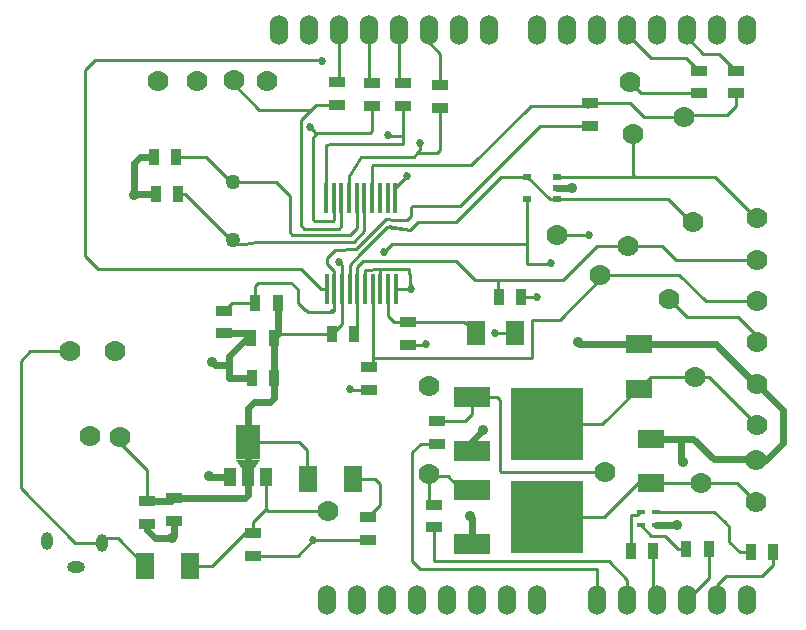
<source format=gtl>
G04 (created by PCBNEW (2013-07-07 BZR 4022)-stable) date 9/15/2014 1:50:29 PM*
%MOIN*%
G04 Gerber Fmt 3.4, Leading zero omitted, Abs format*
%FSLAX34Y34*%
G01*
G70*
G90*
G04 APERTURE LIST*
%ADD10C,0.00590551*%
%ADD11O,0.06X0.1*%
%ADD12R,0.055X0.035*%
%ADD13R,0.035X0.055*%
%ADD14R,0.063X0.0866*%
%ADD15R,0.06X0.08*%
%ADD16R,0.011811X0.0984252*%
%ADD17R,0.12X0.065*%
%ADD18R,0.24X0.24*%
%ADD19R,0.0866X0.063*%
%ADD20R,0.03X0.02*%
%ADD21R,0.0394X0.0591*%
%ADD22R,0.0787X0.1181*%
%ADD23C,0.05*%
%ADD24C,0.07*%
%ADD25O,0.0393701X0.0590551*%
%ADD26O,0.0590551X0.0393701*%
%ADD27R,0.0295276X0.0177165*%
%ADD28C,0.035*%
%ADD29C,0.027*%
%ADD30C,0.01*%
%ADD31C,0.024*%
G04 APERTURE END LIST*
G54D10*
G54D11*
X75852Y-26535D03*
X74852Y-26535D03*
X73852Y-26535D03*
X72852Y-26535D03*
X71852Y-26535D03*
X70852Y-26535D03*
X69852Y-26535D03*
X68852Y-26535D03*
X73452Y-45535D03*
X72452Y-45535D03*
X71452Y-45535D03*
X70452Y-45535D03*
X74452Y-45535D03*
X75452Y-45535D03*
X76452Y-45535D03*
X77452Y-45535D03*
X79452Y-45535D03*
X80452Y-45535D03*
X81452Y-45535D03*
X82452Y-45535D03*
X83452Y-45535D03*
X84452Y-45535D03*
X84452Y-26535D03*
X83452Y-26535D03*
X82452Y-26535D03*
X81452Y-26535D03*
X80452Y-26535D03*
X79452Y-26535D03*
X78452Y-26535D03*
X77452Y-26535D03*
G54D12*
X71811Y-43524D03*
X71811Y-42774D03*
X67972Y-43306D03*
X67972Y-44056D03*
X64448Y-42243D03*
X64448Y-42993D03*
X65354Y-42144D03*
X65354Y-42894D03*
G54D13*
X76175Y-35450D03*
X76925Y-35450D03*
X70605Y-36680D03*
X71355Y-36680D03*
G54D12*
X79216Y-29729D03*
X79216Y-28979D03*
X73130Y-36275D03*
X73130Y-37025D03*
G54D13*
X67924Y-36791D03*
X68674Y-36791D03*
G54D12*
X74110Y-40323D03*
X74110Y-39573D03*
G54D13*
X67932Y-38129D03*
X68682Y-38129D03*
G54D12*
X67007Y-36646D03*
X67007Y-35896D03*
G54D13*
X68054Y-35629D03*
X68804Y-35629D03*
X64664Y-30779D03*
X65414Y-30779D03*
X64743Y-31988D03*
X65493Y-31988D03*
G54D14*
X64370Y-44389D03*
X65866Y-44389D03*
G54D15*
X75400Y-36650D03*
X76700Y-36650D03*
G54D12*
X70777Y-28278D03*
X70777Y-29028D03*
X72972Y-28308D03*
X72972Y-29058D03*
X74228Y-28379D03*
X74228Y-29129D03*
X84094Y-27892D03*
X84094Y-28642D03*
G54D16*
X70437Y-35173D03*
X70692Y-35173D03*
X70948Y-35173D03*
X71204Y-35173D03*
X71460Y-35173D03*
X71716Y-35173D03*
X71972Y-35173D03*
X72228Y-35173D03*
X72484Y-35173D03*
X72740Y-35173D03*
X72720Y-32122D03*
X72464Y-32122D03*
X72208Y-32122D03*
X71952Y-32122D03*
X71696Y-32122D03*
X71440Y-32122D03*
X71185Y-32122D03*
X70929Y-32122D03*
X70673Y-32122D03*
X70417Y-32122D03*
G54D17*
X75275Y-38785D03*
G54D18*
X77775Y-39685D03*
G54D17*
X75275Y-40585D03*
G54D12*
X71938Y-28308D03*
X71938Y-29058D03*
G54D19*
X80850Y-38498D03*
X80850Y-37002D03*
G54D12*
X74000Y-43105D03*
X74000Y-42355D03*
G54D17*
X75275Y-41855D03*
G54D18*
X77775Y-42755D03*
G54D17*
X75275Y-43655D03*
G54D20*
X78127Y-32176D03*
X78127Y-31426D03*
X77127Y-32176D03*
X78127Y-31801D03*
X77127Y-31426D03*
G54D21*
X67223Y-41447D03*
X67814Y-41447D03*
X68405Y-41447D03*
G54D22*
X67814Y-40285D03*
G54D10*
G36*
X68208Y-40866D02*
X68011Y-41161D01*
X67617Y-41161D01*
X67420Y-40866D01*
X68208Y-40866D01*
X68208Y-40866D01*
G37*
G54D23*
X67326Y-31602D03*
X67326Y-33523D03*
G54D24*
X84771Y-32813D03*
X84771Y-34191D03*
X84771Y-35569D03*
X84771Y-36947D03*
X84771Y-38325D03*
X84771Y-39703D03*
X84732Y-40876D03*
X84732Y-42254D03*
G54D14*
X69803Y-41496D03*
X71299Y-41496D03*
G54D24*
X82650Y-32930D03*
X70470Y-42570D03*
X79552Y-34694D03*
X78100Y-33380D03*
X79710Y-41280D03*
X67340Y-28200D03*
X66120Y-28230D03*
X64810Y-28220D03*
X68460Y-28230D03*
X82362Y-29448D03*
X80551Y-28267D03*
X81850Y-35500D03*
G54D25*
X61102Y-43582D03*
G54D26*
X62086Y-44448D03*
G54D25*
X62952Y-43622D03*
G54D13*
X84575Y-43950D03*
X85325Y-43950D03*
X82425Y-43850D03*
X83175Y-43850D03*
X80575Y-43900D03*
X81325Y-43900D03*
G54D12*
X71850Y-38525D03*
X71850Y-37775D03*
G54D24*
X73850Y-38400D03*
X82700Y-38100D03*
X82900Y-41650D03*
X73850Y-41340D03*
X80472Y-33740D03*
X80641Y-29988D03*
G54D19*
X81250Y-41648D03*
X81250Y-40152D03*
G54D27*
X80898Y-42590D03*
X81419Y-42590D03*
X80898Y-43043D03*
X81419Y-43043D03*
G54D12*
X82834Y-27892D03*
X82834Y-28642D03*
G54D24*
X61889Y-37244D03*
X63385Y-37244D03*
X62548Y-40083D03*
X63555Y-40087D03*
G54D28*
X78800Y-36950D03*
X82300Y-40950D03*
X82100Y-43050D03*
G54D29*
X69890Y-29760D03*
X72490Y-30020D03*
X77900Y-34300D03*
X72330Y-33930D03*
X70860Y-34270D03*
X73550Y-30300D03*
X70280Y-27560D03*
X71200Y-38500D03*
X76050Y-36650D03*
X73750Y-37000D03*
X77450Y-35450D03*
X69970Y-43550D03*
X79180Y-33360D03*
G54D28*
X78600Y-31800D03*
G54D29*
X73250Y-35170D03*
X73116Y-31406D03*
G54D28*
X66600Y-37600D03*
X66500Y-41400D03*
X64003Y-32039D03*
X65279Y-43480D03*
X75636Y-39866D03*
X75210Y-42750D03*
G54D30*
X71852Y-26535D02*
X71852Y-28221D01*
X71852Y-28221D02*
X71938Y-28308D01*
X72025Y-28221D02*
X71938Y-28308D01*
X72852Y-26535D02*
X72852Y-28188D01*
X72852Y-28188D02*
X72972Y-28308D01*
X73025Y-28254D02*
X72972Y-28308D01*
X74020Y-44251D02*
X74020Y-43125D01*
X74020Y-43125D02*
X74000Y-43105D01*
X80452Y-44862D02*
X80452Y-45535D01*
X79842Y-44251D02*
X80452Y-44862D01*
X74015Y-44251D02*
X74020Y-44251D01*
X74020Y-44251D02*
X79842Y-44251D01*
X70852Y-26535D02*
X70852Y-28203D01*
X70852Y-28203D02*
X70777Y-28278D01*
G54D31*
X80850Y-37002D02*
X78852Y-37002D01*
X78800Y-36950D02*
X78852Y-37002D01*
X81419Y-43043D02*
X82093Y-43043D01*
X82250Y-40900D02*
X82250Y-40152D01*
X82300Y-40950D02*
X82250Y-40900D01*
X82093Y-43043D02*
X82100Y-43050D01*
X80850Y-37002D02*
X83398Y-37002D01*
X83398Y-37002D02*
X84721Y-38325D01*
X84721Y-38325D02*
X84771Y-38325D01*
X84771Y-38325D02*
X85650Y-39204D01*
X85073Y-40876D02*
X84732Y-40876D01*
X85650Y-40300D02*
X85073Y-40876D01*
X85650Y-39204D02*
X85650Y-40300D01*
X84732Y-40876D02*
X84705Y-40850D01*
X84705Y-40850D02*
X83350Y-40850D01*
X83350Y-40850D02*
X82652Y-40152D01*
X82652Y-40152D02*
X82250Y-40152D01*
X82250Y-40152D02*
X81250Y-40152D01*
G54D30*
X73852Y-26535D02*
X73852Y-26948D01*
X74228Y-27324D02*
X74228Y-28379D01*
X73852Y-26948D02*
X74228Y-27324D01*
X82452Y-26535D02*
X82452Y-26783D01*
X83524Y-27322D02*
X84094Y-27892D01*
X82992Y-27322D02*
X83524Y-27322D01*
X82452Y-26783D02*
X82992Y-27322D01*
X80452Y-26535D02*
X80452Y-26673D01*
X80452Y-26673D02*
X81259Y-27480D01*
X81259Y-27480D02*
X82422Y-27480D01*
X82422Y-27480D02*
X82834Y-27892D01*
X70052Y-29922D02*
X70052Y-30042D01*
X69890Y-29760D02*
X70052Y-29922D01*
X70641Y-32909D02*
X70027Y-32909D01*
X70673Y-32877D02*
X70641Y-32909D01*
X70673Y-32122D02*
X70673Y-32877D01*
X70027Y-32909D02*
X69968Y-32850D01*
X69968Y-30330D02*
X69968Y-30125D01*
X71938Y-29911D02*
X71938Y-29058D01*
X71889Y-29960D02*
X71938Y-29911D01*
X70133Y-29960D02*
X71889Y-29960D01*
X69968Y-30125D02*
X70052Y-30042D01*
X70052Y-30042D02*
X70133Y-29960D01*
X69968Y-32850D02*
X69968Y-30330D01*
X72540Y-30070D02*
X72988Y-30070D01*
X72490Y-30020D02*
X72540Y-30070D01*
X72988Y-29073D02*
X72988Y-30070D01*
X72988Y-30070D02*
X72988Y-30311D01*
X72972Y-29058D02*
X72988Y-29073D01*
X72968Y-30330D02*
X70566Y-30330D01*
X72988Y-30311D02*
X72968Y-30330D01*
X70417Y-30370D02*
X70417Y-32122D01*
X70417Y-30370D02*
X70566Y-30330D01*
X67330Y-28230D02*
X67330Y-28350D01*
X68190Y-29210D02*
X69900Y-29210D01*
X67330Y-28350D02*
X68190Y-29210D01*
X69570Y-29681D02*
X69570Y-29539D01*
X70081Y-29028D02*
X70777Y-29028D01*
X69570Y-29539D02*
X69900Y-29210D01*
X69900Y-29210D02*
X70081Y-29028D01*
X70929Y-32122D02*
X70929Y-33066D01*
X69570Y-33051D02*
X69570Y-29681D01*
X69685Y-33165D02*
X69570Y-33051D01*
X70830Y-33165D02*
X69685Y-33165D01*
X70929Y-33066D02*
X70830Y-33165D01*
X77127Y-34327D02*
X77872Y-34327D01*
X77127Y-33660D02*
X77127Y-34327D01*
X77872Y-34327D02*
X77900Y-34300D01*
X84771Y-36947D02*
X84771Y-36721D01*
X84771Y-36721D02*
X84150Y-36100D01*
X84150Y-36100D02*
X82450Y-36100D01*
X82450Y-36100D02*
X81850Y-35500D01*
X70948Y-35173D02*
X70948Y-34358D01*
X72600Y-33660D02*
X77127Y-33660D01*
X72330Y-33930D02*
X72600Y-33660D01*
X70948Y-34358D02*
X70860Y-34270D01*
X77127Y-33660D02*
X77127Y-32176D01*
X70605Y-36680D02*
X68785Y-36680D01*
X68785Y-36680D02*
X68674Y-36791D01*
X70948Y-35173D02*
X70948Y-36336D01*
X70948Y-36336D02*
X70605Y-36680D01*
X67814Y-40285D02*
X69498Y-40285D01*
X69763Y-41456D02*
X69803Y-41496D01*
X69763Y-40551D02*
X69763Y-41456D01*
X69498Y-40285D02*
X69763Y-40551D01*
G54D31*
X68682Y-38802D02*
X68682Y-38129D01*
X68674Y-36791D02*
X68674Y-38122D01*
X68674Y-38122D02*
X68682Y-38129D01*
X68804Y-35629D02*
X68804Y-36661D01*
X68804Y-36661D02*
X68674Y-36791D01*
G54D30*
X84755Y-36968D02*
X84763Y-36976D01*
X64448Y-42243D02*
X64448Y-41218D01*
X63547Y-40317D02*
X63547Y-40074D01*
X64448Y-41218D02*
X63547Y-40317D01*
G54D31*
X67814Y-41447D02*
X67814Y-40285D01*
X67814Y-40285D02*
X67814Y-39125D01*
X65354Y-42144D02*
X67705Y-42144D01*
X67814Y-42035D02*
X67814Y-41447D01*
X67705Y-42144D02*
X67814Y-42035D01*
G54D30*
X67814Y-40285D02*
X67814Y-41013D01*
G54D31*
X64448Y-42243D02*
X65255Y-42243D01*
X65255Y-42243D02*
X65354Y-42144D01*
G54D30*
X67893Y-40561D02*
X67893Y-40531D01*
G54D31*
X68562Y-38921D02*
X68682Y-38802D01*
X68018Y-38921D02*
X68562Y-38921D01*
X67814Y-39125D02*
X68018Y-38921D01*
G54D30*
X78127Y-32176D02*
X81816Y-32176D01*
X82570Y-32930D02*
X82650Y-32930D01*
X81816Y-32176D02*
X82570Y-32930D01*
X71204Y-34464D02*
X71204Y-34352D01*
X71539Y-34018D02*
X72459Y-33098D01*
X73220Y-33200D02*
X72459Y-33098D01*
X71204Y-34464D02*
X71204Y-35173D01*
X71204Y-34352D02*
X71539Y-34018D01*
X76253Y-31426D02*
X77127Y-31426D01*
X74740Y-32940D02*
X76253Y-31426D01*
X73480Y-32940D02*
X74740Y-32940D01*
X73220Y-33200D02*
X73480Y-32940D01*
X72498Y-33076D02*
X73220Y-33200D01*
X78127Y-32176D02*
X77877Y-32176D01*
X77877Y-32176D02*
X77127Y-31426D01*
X76150Y-34885D02*
X76150Y-35425D01*
X76150Y-35425D02*
X76175Y-35450D01*
X84771Y-34191D02*
X82068Y-34191D01*
X81616Y-33740D02*
X80472Y-33740D01*
X82068Y-34191D02*
X81616Y-33740D01*
X80472Y-33740D02*
X79459Y-33740D01*
X78315Y-34885D02*
X76150Y-34885D01*
X76150Y-34885D02*
X75385Y-34885D01*
X79459Y-33740D02*
X78315Y-34885D01*
X71460Y-35173D02*
X71460Y-34419D01*
X74740Y-34240D02*
X75385Y-34885D01*
X71640Y-34240D02*
X74740Y-34240D01*
X71460Y-34419D02*
X71640Y-34240D01*
X71460Y-35173D02*
X71460Y-36574D01*
X71460Y-36574D02*
X71355Y-36680D01*
X84763Y-33996D02*
X84763Y-34220D01*
X84763Y-34220D02*
X84763Y-34370D01*
X74228Y-29129D02*
X74228Y-30522D01*
X74100Y-30650D02*
X73444Y-30650D01*
X74228Y-30522D02*
X74100Y-30650D01*
X73543Y-30551D02*
X73543Y-30306D01*
X73338Y-30755D02*
X73444Y-30650D01*
X73444Y-30650D02*
X73543Y-30551D01*
X73307Y-30755D02*
X73338Y-30755D01*
X73543Y-30306D02*
X73550Y-30300D01*
X71185Y-31401D02*
X71185Y-32122D01*
X71590Y-30755D02*
X73307Y-30755D01*
X73307Y-30755D02*
X73326Y-30755D01*
X71185Y-31401D02*
X71590Y-30755D01*
X82362Y-29448D02*
X81023Y-29448D01*
X80554Y-28979D02*
X79216Y-28979D01*
X81023Y-29448D02*
X80554Y-28979D01*
X84094Y-28642D02*
X84094Y-29055D01*
X82440Y-29370D02*
X82362Y-29448D01*
X83779Y-29370D02*
X82440Y-29370D01*
X84094Y-29055D02*
X83779Y-29370D01*
X73622Y-31050D02*
X75249Y-31050D01*
X75249Y-31050D02*
X77244Y-29055D01*
X77244Y-29055D02*
X79140Y-29055D01*
X79140Y-29055D02*
X79216Y-28979D01*
X71952Y-32122D02*
X71952Y-31060D01*
X79105Y-29090D02*
X79216Y-28979D01*
X71963Y-31050D02*
X73622Y-31050D01*
X73622Y-31050D02*
X73711Y-31050D01*
X71952Y-31060D02*
X71963Y-31050D01*
X82834Y-28642D02*
X80926Y-28642D01*
X80926Y-28642D02*
X80551Y-28267D01*
X70240Y-27540D02*
X62700Y-27540D01*
X62700Y-27540D02*
X62380Y-27860D01*
X62380Y-27860D02*
X62380Y-34060D01*
X62380Y-34060D02*
X62820Y-34500D01*
X62820Y-34500D02*
X69566Y-34500D01*
X70437Y-35173D02*
X70240Y-35173D01*
X70240Y-35173D02*
X69566Y-34500D01*
X79449Y-44506D02*
X73562Y-44506D01*
X73573Y-40323D02*
X74110Y-40323D01*
X73290Y-40606D02*
X73573Y-40323D01*
X73290Y-44234D02*
X73290Y-40606D01*
X73562Y-44506D02*
X73290Y-44234D01*
X79452Y-45535D02*
X79452Y-44649D01*
X79452Y-44649D02*
X79449Y-44506D01*
X79449Y-44506D02*
X79448Y-44488D01*
X80850Y-38498D02*
X80802Y-38498D01*
X79614Y-39685D02*
X77775Y-39685D01*
X80802Y-38498D02*
X79614Y-39685D01*
X82700Y-38100D02*
X81248Y-38100D01*
X81248Y-38100D02*
X80850Y-38498D01*
X82700Y-38100D02*
X83167Y-38100D01*
X83167Y-38100D02*
X84771Y-39703D01*
X78366Y-40275D02*
X77775Y-39685D01*
X82900Y-41650D02*
X84127Y-41650D01*
X84127Y-41650D02*
X84732Y-42254D01*
X81250Y-41648D02*
X82898Y-41648D01*
X82898Y-41648D02*
X82900Y-41650D01*
X84727Y-42250D02*
X84732Y-42254D01*
X81250Y-41648D02*
X80802Y-41648D01*
X79694Y-42755D02*
X77775Y-42755D01*
X80802Y-41648D02*
X79694Y-42755D01*
X78523Y-43503D02*
X77775Y-42755D01*
X84732Y-42254D02*
X84674Y-42254D01*
G54D31*
X78663Y-43813D02*
X78400Y-43550D01*
G54D30*
X72670Y-37470D02*
X71972Y-37470D01*
X71972Y-37300D02*
X71972Y-37470D01*
X71972Y-37470D02*
X71972Y-37652D01*
X71972Y-37652D02*
X71850Y-37775D01*
X79552Y-34694D02*
X82194Y-34694D01*
X83069Y-35569D02*
X84771Y-35569D01*
X82194Y-34694D02*
X83069Y-35569D01*
X77280Y-36200D02*
X78200Y-36200D01*
X77280Y-36270D02*
X77280Y-36200D01*
X77270Y-37470D02*
X77280Y-37460D01*
X76740Y-37470D02*
X77270Y-37470D01*
X72670Y-37470D02*
X76740Y-37470D01*
X77280Y-37460D02*
X77280Y-36270D01*
X79552Y-34848D02*
X79552Y-34694D01*
X78200Y-36200D02*
X79552Y-34848D01*
X71972Y-35173D02*
X71972Y-37300D01*
X71972Y-37300D02*
X71972Y-37327D01*
X72590Y-37470D02*
X72670Y-37470D01*
X80641Y-29988D02*
X80641Y-31351D01*
X80641Y-31351D02*
X80716Y-31426D01*
X78853Y-31426D02*
X78953Y-31426D01*
X78127Y-31426D02*
X78953Y-31426D01*
X78953Y-31426D02*
X80716Y-31426D01*
X80716Y-31426D02*
X83365Y-31426D01*
X84763Y-32824D02*
X84763Y-32842D01*
X83365Y-31426D02*
X84763Y-32824D01*
X71850Y-38525D02*
X71225Y-38525D01*
X71225Y-38525D02*
X71200Y-38500D01*
X76700Y-36650D02*
X76050Y-36650D01*
X73130Y-37025D02*
X73725Y-37025D01*
X73725Y-37025D02*
X73750Y-37000D01*
X76925Y-35450D02*
X77450Y-35450D01*
X71811Y-43524D02*
X69995Y-43524D01*
X69473Y-44056D02*
X67972Y-44056D01*
X69980Y-43550D02*
X69473Y-44056D01*
X69995Y-43524D02*
X69970Y-43550D01*
X78100Y-33380D02*
X79160Y-33380D01*
X79160Y-33380D02*
X79180Y-33360D01*
X71720Y-35329D02*
X71720Y-34540D01*
X71723Y-34536D02*
X72196Y-34500D01*
X71720Y-34540D02*
X71723Y-34536D01*
X72228Y-35173D02*
X72208Y-34488D01*
X72196Y-34500D02*
X73160Y-34500D01*
X73160Y-34500D02*
X73170Y-34510D01*
X73170Y-34510D02*
X73250Y-35170D01*
X72208Y-34488D02*
X72196Y-34500D01*
X63385Y-37244D02*
X63464Y-37244D01*
X68089Y-44173D02*
X67972Y-44056D01*
G54D31*
X78127Y-31801D02*
X78598Y-31801D01*
X78598Y-31801D02*
X78600Y-31800D01*
G54D30*
X72740Y-35173D02*
X73246Y-35173D01*
X73246Y-35173D02*
X73250Y-35170D01*
X72720Y-32122D02*
X72720Y-31801D01*
X72720Y-31801D02*
X73116Y-31406D01*
G54D31*
X67188Y-37700D02*
X66700Y-37700D01*
X66700Y-37700D02*
X66600Y-37600D01*
X67223Y-41447D02*
X66547Y-41447D01*
X66547Y-41447D02*
X66500Y-41400D01*
X67924Y-36791D02*
X67791Y-36791D01*
X67188Y-38129D02*
X67932Y-38129D01*
X67791Y-36791D02*
X67188Y-37393D01*
X67188Y-37822D02*
X67188Y-38129D01*
X67188Y-37393D02*
X67188Y-37700D01*
X67188Y-37700D02*
X67188Y-37822D01*
X67007Y-36646D02*
X67779Y-36646D01*
X67779Y-36646D02*
X67924Y-36791D01*
X64664Y-30779D02*
X64200Y-30779D01*
X64055Y-31988D02*
X64003Y-32039D01*
X64743Y-31988D02*
X64055Y-31988D01*
X64200Y-30779D02*
X64003Y-30976D01*
X64003Y-30976D02*
X64003Y-32039D01*
X64448Y-42993D02*
X64448Y-43200D01*
X64448Y-43200D02*
X64728Y-43480D01*
X64728Y-43480D02*
X65279Y-43480D01*
X65354Y-43405D02*
X65279Y-43480D01*
X65354Y-43405D02*
X65354Y-42894D01*
X75275Y-40585D02*
X75275Y-40226D01*
X75275Y-40226D02*
X75636Y-39866D01*
X75275Y-43655D02*
X75275Y-42815D01*
X75275Y-42815D02*
X75210Y-42750D01*
X75275Y-43655D02*
X75175Y-43655D01*
G54D30*
X73850Y-41340D02*
X73850Y-42205D01*
X73850Y-42205D02*
X74000Y-42355D01*
X73622Y-41417D02*
X74488Y-41417D01*
X74926Y-41855D02*
X75275Y-41855D01*
X74488Y-41417D02*
X74926Y-41855D01*
X75275Y-38785D02*
X76105Y-38785D01*
X76246Y-41280D02*
X79710Y-41280D01*
X76200Y-41234D02*
X76246Y-41280D01*
X76200Y-38880D02*
X76200Y-41234D01*
X76105Y-38785D02*
X76200Y-38880D01*
X75275Y-38785D02*
X75275Y-39340D01*
X75043Y-39573D02*
X74110Y-39573D01*
X75275Y-39340D02*
X75043Y-39573D01*
X74295Y-36275D02*
X75025Y-36275D01*
X73130Y-36275D02*
X74295Y-36275D01*
X75025Y-36275D02*
X75400Y-36650D01*
X72484Y-35173D02*
X72484Y-36074D01*
X72685Y-36275D02*
X73130Y-36275D01*
X72484Y-36074D02*
X72685Y-36275D01*
X73130Y-36275D02*
X73075Y-36275D01*
X70692Y-34615D02*
X70692Y-34582D01*
X70455Y-34145D02*
X70720Y-33880D01*
X70455Y-34345D02*
X70455Y-34145D01*
X70692Y-34582D02*
X70455Y-34345D01*
X70692Y-35173D02*
X70692Y-34615D01*
X70692Y-34615D02*
X70692Y-34597D01*
X69703Y-35856D02*
X69736Y-35856D01*
X70640Y-35920D02*
X70640Y-35881D01*
X69800Y-35920D02*
X70640Y-35920D01*
X69736Y-35856D02*
X69800Y-35920D01*
X69643Y-35796D02*
X69476Y-35629D01*
X69728Y-35881D02*
X69703Y-35856D01*
X69703Y-35856D02*
X69643Y-35796D01*
X69476Y-35629D02*
X69476Y-35185D01*
X69476Y-35185D02*
X69255Y-34964D01*
X69255Y-34964D02*
X68145Y-34964D01*
X68145Y-34964D02*
X68054Y-35056D01*
X68054Y-35629D02*
X68054Y-35056D01*
X70580Y-35881D02*
X70640Y-35881D01*
X70640Y-35881D02*
X70673Y-35881D01*
X70673Y-35881D02*
X70692Y-35862D01*
X70692Y-35862D02*
X70692Y-35173D01*
X72700Y-32880D02*
X73100Y-32880D01*
X73260Y-32700D02*
X73260Y-32433D01*
X73260Y-32433D02*
X73297Y-32396D01*
X77532Y-29729D02*
X74865Y-32396D01*
X74865Y-32396D02*
X73409Y-32396D01*
X77532Y-29729D02*
X79216Y-29729D01*
X73297Y-32396D02*
X73409Y-32396D01*
X73260Y-32720D02*
X73260Y-32700D01*
X73100Y-32880D02*
X73260Y-32720D01*
X72420Y-32840D02*
X72700Y-32880D01*
X71420Y-33840D02*
X72420Y-32840D01*
X70720Y-33880D02*
X71420Y-33840D01*
X72700Y-32880D02*
X72820Y-32880D01*
X70692Y-33907D02*
X70720Y-33880D01*
X79216Y-29729D02*
X79130Y-29814D01*
X68054Y-35629D02*
X67274Y-35629D01*
X67274Y-35629D02*
X67007Y-35896D01*
X70692Y-35901D02*
X70673Y-35881D01*
X65493Y-31988D02*
X65700Y-31988D01*
X65700Y-31988D02*
X67251Y-33539D01*
X71672Y-31702D02*
X71672Y-33225D01*
X67393Y-33681D02*
X67251Y-33539D01*
X67688Y-33681D02*
X67393Y-33681D01*
X68110Y-33600D02*
X67688Y-33681D01*
X71342Y-33600D02*
X68110Y-33600D01*
X71672Y-33225D02*
X71342Y-33600D01*
X69204Y-33244D02*
X69204Y-33279D01*
X69204Y-33244D02*
X69208Y-32078D01*
X69208Y-32078D02*
X68748Y-31618D01*
X68748Y-31618D02*
X67251Y-31618D01*
X66413Y-30779D02*
X67251Y-31618D01*
X65414Y-30779D02*
X66413Y-30779D01*
X71440Y-33129D02*
X71440Y-32122D01*
X71200Y-33370D02*
X71440Y-33129D01*
X69295Y-33370D02*
X71200Y-33370D01*
X69204Y-33279D02*
X69295Y-33370D01*
X71299Y-41496D02*
X72047Y-41496D01*
X72204Y-42380D02*
X71811Y-42774D01*
X72204Y-41653D02*
X72204Y-42380D01*
X72047Y-41496D02*
X72204Y-41653D01*
X70470Y-42570D02*
X68479Y-42570D01*
X68479Y-42570D02*
X68405Y-42496D01*
X68405Y-41447D02*
X68405Y-42496D01*
X67972Y-42930D02*
X67972Y-43306D01*
X68405Y-42496D02*
X67972Y-42930D01*
X65866Y-44389D02*
X66624Y-44389D01*
X67707Y-43306D02*
X67972Y-43306D01*
X66624Y-44389D02*
X67707Y-43306D01*
X61889Y-37244D02*
X60551Y-37244D01*
X62047Y-43622D02*
X62952Y-43622D01*
X60236Y-41811D02*
X62047Y-43622D01*
X60236Y-37559D02*
X60236Y-41811D01*
X60551Y-37244D02*
X60236Y-37559D01*
X63051Y-43484D02*
X63464Y-43484D01*
X63464Y-43484D02*
X64370Y-44389D01*
X82425Y-43850D02*
X82150Y-43850D01*
X81255Y-43400D02*
X80898Y-43043D01*
X81700Y-43400D02*
X81255Y-43400D01*
X82150Y-43850D02*
X81700Y-43400D01*
X81419Y-42590D02*
X83359Y-42590D01*
X83718Y-42950D02*
X83700Y-42950D01*
X83359Y-42590D02*
X83718Y-42950D01*
X84575Y-43950D02*
X84200Y-43950D01*
X83850Y-43100D02*
X83700Y-42950D01*
X83700Y-42950D02*
X83650Y-42900D01*
X83850Y-43600D02*
X83850Y-43100D01*
X84200Y-43950D02*
X83850Y-43600D01*
X80575Y-42706D02*
X80783Y-42706D01*
X80575Y-43900D02*
X80575Y-42706D01*
X80783Y-42706D02*
X80898Y-42590D01*
X83175Y-43850D02*
X83175Y-44813D01*
X83175Y-44813D02*
X82452Y-45535D01*
X85325Y-43950D02*
X85325Y-44375D01*
X83452Y-45047D02*
X83452Y-45535D01*
X83750Y-44750D02*
X83452Y-45047D01*
X84950Y-44750D02*
X83750Y-44750D01*
X85325Y-44375D02*
X84950Y-44750D01*
X81325Y-43900D02*
X81325Y-45407D01*
X81325Y-45407D02*
X81452Y-45535D01*
M02*

</source>
